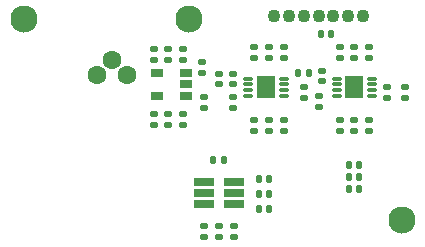
<source format=gts>
G04*
G04 #@! TF.GenerationSoftware,Altium Limited,Altium Designer,23.3.1 (30)*
G04*
G04 Layer_Color=8388736*
%FSLAX44Y44*%
%MOMM*%
G71*
G04*
G04 #@! TF.SameCoordinates,DEEE6DAE-04B1-499B-BC7B-553C298136E7*
G04*
G04*
G04 #@! TF.FilePolarity,Negative*
G04*
G01*
G75*
G04:AMPARAMS|DCode=21|XSize=0.5mm|YSize=0.7mm|CornerRadius=0.15mm|HoleSize=0mm|Usage=FLASHONLY|Rotation=0.000|XOffset=0mm|YOffset=0mm|HoleType=Round|Shape=RoundedRectangle|*
%AMROUNDEDRECTD21*
21,1,0.5000,0.4000,0,0,0.0*
21,1,0.2000,0.7000,0,0,0.0*
1,1,0.3000,0.1000,-0.2000*
1,1,0.3000,-0.1000,-0.2000*
1,1,0.3000,-0.1000,0.2000*
1,1,0.3000,0.1000,0.2000*
%
%ADD21ROUNDEDRECTD21*%
G04:AMPARAMS|DCode=22|XSize=0.5mm|YSize=0.7mm|CornerRadius=0.15mm|HoleSize=0mm|Usage=FLASHONLY|Rotation=270.000|XOffset=0mm|YOffset=0mm|HoleType=Round|Shape=RoundedRectangle|*
%AMROUNDEDRECTD22*
21,1,0.5000,0.4000,0,0,270.0*
21,1,0.2000,0.7000,0,0,270.0*
1,1,0.3000,-0.2000,-0.1000*
1,1,0.3000,-0.2000,0.1000*
1,1,0.3000,0.2000,0.1000*
1,1,0.3000,0.2000,-0.1000*
%
%ADD22ROUNDEDRECTD22*%
%ADD23R,1.7000X0.7500*%
%ADD24O,1.0000X0.3000*%
%ADD25R,1.5500X1.8400*%
%ADD26R,1.0000X0.7000*%
%ADD27C,1.1000*%
%ADD28C,1.6000*%
%ADD29C,2.3000*%
%ADD30C,0.6000*%
D21*
X330000Y-8500D02*
D03*
X339000D02*
D03*
X330000Y1500D02*
D03*
X339000D02*
D03*
X330000Y11500D02*
D03*
X339000D02*
D03*
X263000Y-25250D02*
D03*
X254000D02*
D03*
X263000Y-12750D02*
D03*
X254000D02*
D03*
X263000Y-250D02*
D03*
X254000D02*
D03*
X224250Y16000D02*
D03*
X215250D02*
D03*
X315500Y122750D02*
D03*
X306500D02*
D03*
X296500Y90000D02*
D03*
X287500D02*
D03*
D22*
X232750Y-49000D02*
D03*
Y-40000D02*
D03*
X220250Y-49000D02*
D03*
Y-40000D02*
D03*
X207750Y-49000D02*
D03*
Y-40000D02*
D03*
X275000Y111500D02*
D03*
Y102500D02*
D03*
X262500Y111500D02*
D03*
Y102500D02*
D03*
X250000Y111500D02*
D03*
Y102500D02*
D03*
X190000Y101000D02*
D03*
Y110000D02*
D03*
X177500Y101000D02*
D03*
Y110000D02*
D03*
X165000D02*
D03*
Y101000D02*
D03*
X347500Y41000D02*
D03*
Y50000D02*
D03*
X335000Y41000D02*
D03*
Y50000D02*
D03*
X322500Y41000D02*
D03*
Y50000D02*
D03*
X335000Y111500D02*
D03*
Y102500D02*
D03*
X322500Y111500D02*
D03*
Y102500D02*
D03*
X307500Y91500D02*
D03*
Y82500D02*
D03*
X292500Y77500D02*
D03*
Y68500D02*
D03*
X305000Y61000D02*
D03*
Y70000D02*
D03*
X206250Y98750D02*
D03*
Y89750D02*
D03*
X220250Y80000D02*
D03*
Y89000D02*
D03*
X207500Y69000D02*
D03*
Y60000D02*
D03*
X232500Y89000D02*
D03*
Y80000D02*
D03*
X250000Y41000D02*
D03*
Y50000D02*
D03*
X262500Y41000D02*
D03*
Y50000D02*
D03*
X275000Y41000D02*
D03*
Y50000D02*
D03*
X190000Y46000D02*
D03*
Y55000D02*
D03*
X362500Y77500D02*
D03*
Y68500D02*
D03*
X347500Y111500D02*
D03*
Y102500D02*
D03*
X177500Y46000D02*
D03*
Y55000D02*
D03*
X165000Y46000D02*
D03*
Y55000D02*
D03*
X232500Y60000D02*
D03*
Y69000D02*
D03*
X377500Y68500D02*
D03*
Y77500D02*
D03*
D23*
X207750Y-21500D02*
D03*
Y-12000D02*
D03*
Y-2500D02*
D03*
X232750D02*
D03*
Y-12000D02*
D03*
Y-21500D02*
D03*
D24*
X320000Y85000D02*
D03*
Y80000D02*
D03*
Y75000D02*
D03*
Y70000D02*
D03*
X350000D02*
D03*
Y75000D02*
D03*
Y80000D02*
D03*
Y85000D02*
D03*
X245000Y85000D02*
D03*
Y80000D02*
D03*
Y75000D02*
D03*
Y70000D02*
D03*
X275000D02*
D03*
Y75000D02*
D03*
Y80000D02*
D03*
Y85000D02*
D03*
D25*
X335000Y77500D02*
D03*
X260000Y77500D02*
D03*
D26*
X192000Y70500D02*
D03*
Y80000D02*
D03*
Y89500D02*
D03*
X168000D02*
D03*
Y70500D02*
D03*
D27*
X267250Y137750D02*
D03*
X279750D02*
D03*
X292250D02*
D03*
X304750D02*
D03*
X317250D02*
D03*
X329750D02*
D03*
X342250D02*
D03*
D28*
X142700Y88000D02*
D03*
X130000Y100700D02*
D03*
X117300Y88000D02*
D03*
D29*
X375000Y-35000D02*
D03*
X195000Y135000D02*
D03*
X55000D02*
D03*
D30*
X335000Y83000D02*
D03*
Y72000D02*
D03*
X260000Y83000D02*
D03*
Y72000D02*
D03*
M02*

</source>
